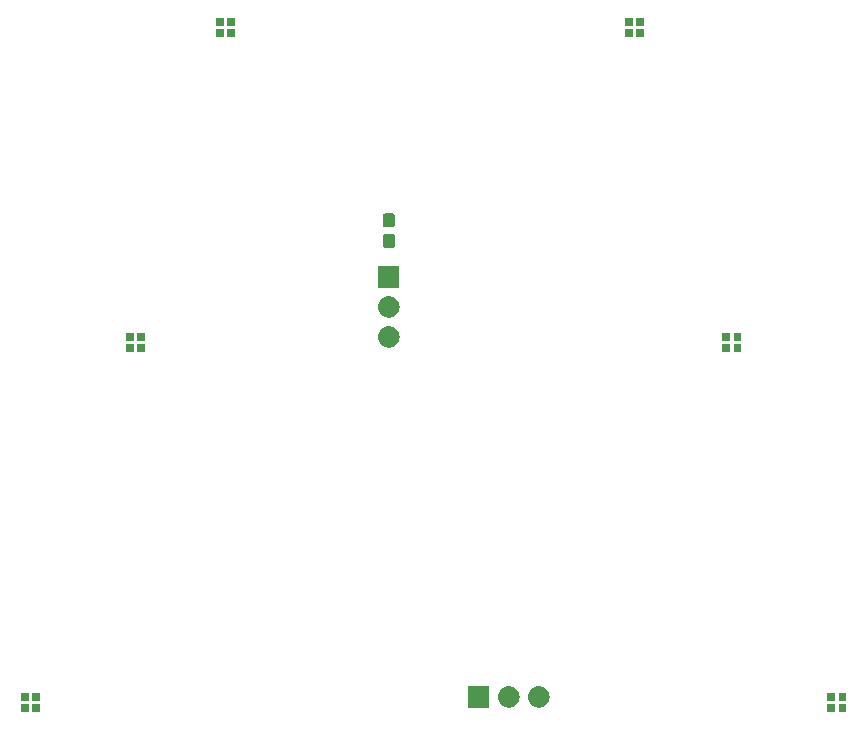
<source format=gbr>
G04 #@! TF.GenerationSoftware,KiCad,Pcbnew,(5.0.2)-1*
G04 #@! TF.CreationDate,2020-06-10T19:39:01-05:00*
G04 #@! TF.ProjectId,Top_Hardware,546f705f-4861-4726-9477-6172652e6b69,rev?*
G04 #@! TF.SameCoordinates,Original*
G04 #@! TF.FileFunction,Soldermask,Top*
G04 #@! TF.FilePolarity,Negative*
%FSLAX46Y46*%
G04 Gerber Fmt 4.6, Leading zero omitted, Abs format (unit mm)*
G04 Created by KiCad (PCBNEW (5.0.2)-1) date 6/10/2020 7:39:01 PM*
%MOMM*%
%LPD*%
G01*
G04 APERTURE LIST*
%ADD10C,0.100000*%
G04 APERTURE END LIST*
D10*
G36*
X108911000Y-125736000D02*
X108259000Y-125736000D01*
X108259000Y-125084000D01*
X108911000Y-125084000D01*
X108911000Y-125736000D01*
X108911000Y-125736000D01*
G37*
G36*
X107961000Y-125736000D02*
X107309000Y-125736000D01*
X107309000Y-125084000D01*
X107961000Y-125084000D01*
X107961000Y-125736000D01*
X107961000Y-125736000D01*
G37*
G36*
X177171000Y-125736000D02*
X176519000Y-125736000D01*
X176519000Y-125084000D01*
X177171000Y-125084000D01*
X177171000Y-125736000D01*
X177171000Y-125736000D01*
G37*
G36*
X176221000Y-125736000D02*
X175569000Y-125736000D01*
X175569000Y-125084000D01*
X176221000Y-125084000D01*
X176221000Y-125736000D01*
X176221000Y-125736000D01*
G37*
G36*
X151240442Y-123565518D02*
X151306627Y-123572037D01*
X151419853Y-123606384D01*
X151476467Y-123623557D01*
X151615087Y-123697652D01*
X151632991Y-123707222D01*
X151668729Y-123736552D01*
X151770186Y-123819814D01*
X151853448Y-123921271D01*
X151882778Y-123957009D01*
X151882779Y-123957011D01*
X151966443Y-124113533D01*
X151966443Y-124113534D01*
X152017963Y-124283373D01*
X152035359Y-124460000D01*
X152017963Y-124636627D01*
X151983616Y-124749853D01*
X151966443Y-124806467D01*
X151892348Y-124945087D01*
X151882778Y-124962991D01*
X151853448Y-124998729D01*
X151770186Y-125100186D01*
X151668729Y-125183448D01*
X151632991Y-125212778D01*
X151632989Y-125212779D01*
X151476467Y-125296443D01*
X151419853Y-125313616D01*
X151306627Y-125347963D01*
X151240442Y-125354482D01*
X151174260Y-125361000D01*
X151085740Y-125361000D01*
X151019558Y-125354482D01*
X150953373Y-125347963D01*
X150840147Y-125313616D01*
X150783533Y-125296443D01*
X150627011Y-125212779D01*
X150627009Y-125212778D01*
X150591271Y-125183448D01*
X150489814Y-125100186D01*
X150406552Y-124998729D01*
X150377222Y-124962991D01*
X150367652Y-124945087D01*
X150293557Y-124806467D01*
X150276384Y-124749853D01*
X150242037Y-124636627D01*
X150224641Y-124460000D01*
X150242037Y-124283373D01*
X150293557Y-124113534D01*
X150293557Y-124113533D01*
X150377221Y-123957011D01*
X150377222Y-123957009D01*
X150406552Y-123921271D01*
X150489814Y-123819814D01*
X150591271Y-123736552D01*
X150627009Y-123707222D01*
X150644913Y-123697652D01*
X150783533Y-123623557D01*
X150840147Y-123606384D01*
X150953373Y-123572037D01*
X151019558Y-123565518D01*
X151085740Y-123559000D01*
X151174260Y-123559000D01*
X151240442Y-123565518D01*
X151240442Y-123565518D01*
G37*
G36*
X148700442Y-123565518D02*
X148766627Y-123572037D01*
X148879853Y-123606384D01*
X148936467Y-123623557D01*
X149075087Y-123697652D01*
X149092991Y-123707222D01*
X149128729Y-123736552D01*
X149230186Y-123819814D01*
X149313448Y-123921271D01*
X149342778Y-123957009D01*
X149342779Y-123957011D01*
X149426443Y-124113533D01*
X149426443Y-124113534D01*
X149477963Y-124283373D01*
X149495359Y-124460000D01*
X149477963Y-124636627D01*
X149443616Y-124749853D01*
X149426443Y-124806467D01*
X149352348Y-124945087D01*
X149342778Y-124962991D01*
X149313448Y-124998729D01*
X149230186Y-125100186D01*
X149128729Y-125183448D01*
X149092991Y-125212778D01*
X149092989Y-125212779D01*
X148936467Y-125296443D01*
X148879853Y-125313616D01*
X148766627Y-125347963D01*
X148700442Y-125354482D01*
X148634260Y-125361000D01*
X148545740Y-125361000D01*
X148479558Y-125354482D01*
X148413373Y-125347963D01*
X148300147Y-125313616D01*
X148243533Y-125296443D01*
X148087011Y-125212779D01*
X148087009Y-125212778D01*
X148051271Y-125183448D01*
X147949814Y-125100186D01*
X147866552Y-124998729D01*
X147837222Y-124962991D01*
X147827652Y-124945087D01*
X147753557Y-124806467D01*
X147736384Y-124749853D01*
X147702037Y-124636627D01*
X147684641Y-124460000D01*
X147702037Y-124283373D01*
X147753557Y-124113534D01*
X147753557Y-124113533D01*
X147837221Y-123957011D01*
X147837222Y-123957009D01*
X147866552Y-123921271D01*
X147949814Y-123819814D01*
X148051271Y-123736552D01*
X148087009Y-123707222D01*
X148104913Y-123697652D01*
X148243533Y-123623557D01*
X148300147Y-123606384D01*
X148413373Y-123572037D01*
X148479558Y-123565518D01*
X148545740Y-123559000D01*
X148634260Y-123559000D01*
X148700442Y-123565518D01*
X148700442Y-123565518D01*
G37*
G36*
X146951000Y-125361000D02*
X145149000Y-125361000D01*
X145149000Y-123559000D01*
X146951000Y-123559000D01*
X146951000Y-125361000D01*
X146951000Y-125361000D01*
G37*
G36*
X177171000Y-124786000D02*
X176519000Y-124786000D01*
X176519000Y-124134000D01*
X177171000Y-124134000D01*
X177171000Y-124786000D01*
X177171000Y-124786000D01*
G37*
G36*
X107961000Y-124786000D02*
X107309000Y-124786000D01*
X107309000Y-124134000D01*
X107961000Y-124134000D01*
X107961000Y-124786000D01*
X107961000Y-124786000D01*
G37*
G36*
X176221000Y-124786000D02*
X175569000Y-124786000D01*
X175569000Y-124134000D01*
X176221000Y-124134000D01*
X176221000Y-124786000D01*
X176221000Y-124786000D01*
G37*
G36*
X108911000Y-124786000D02*
X108259000Y-124786000D01*
X108259000Y-124134000D01*
X108911000Y-124134000D01*
X108911000Y-124786000D01*
X108911000Y-124786000D01*
G37*
G36*
X168281000Y-95256000D02*
X167629000Y-95256000D01*
X167629000Y-94604000D01*
X168281000Y-94604000D01*
X168281000Y-95256000D01*
X168281000Y-95256000D01*
G37*
G36*
X167331000Y-95256000D02*
X166679000Y-95256000D01*
X166679000Y-94604000D01*
X167331000Y-94604000D01*
X167331000Y-95256000D01*
X167331000Y-95256000D01*
G37*
G36*
X117801000Y-95256000D02*
X117149000Y-95256000D01*
X117149000Y-94604000D01*
X117801000Y-94604000D01*
X117801000Y-95256000D01*
X117801000Y-95256000D01*
G37*
G36*
X116851000Y-95256000D02*
X116199000Y-95256000D01*
X116199000Y-94604000D01*
X116851000Y-94604000D01*
X116851000Y-95256000D01*
X116851000Y-95256000D01*
G37*
G36*
X138540443Y-93085519D02*
X138606627Y-93092037D01*
X138719853Y-93126384D01*
X138776467Y-93143557D01*
X138915087Y-93217652D01*
X138932991Y-93227222D01*
X138968729Y-93256552D01*
X139070186Y-93339814D01*
X139153448Y-93441271D01*
X139182778Y-93477009D01*
X139182779Y-93477011D01*
X139266443Y-93633533D01*
X139266443Y-93633534D01*
X139317963Y-93803373D01*
X139335359Y-93980000D01*
X139317963Y-94156627D01*
X139283616Y-94269853D01*
X139266443Y-94326467D01*
X139192348Y-94465087D01*
X139182778Y-94482991D01*
X139153448Y-94518729D01*
X139070186Y-94620186D01*
X138968729Y-94703448D01*
X138932991Y-94732778D01*
X138932989Y-94732779D01*
X138776467Y-94816443D01*
X138719853Y-94833616D01*
X138606627Y-94867963D01*
X138540443Y-94874481D01*
X138474260Y-94881000D01*
X138385740Y-94881000D01*
X138319557Y-94874481D01*
X138253373Y-94867963D01*
X138140147Y-94833616D01*
X138083533Y-94816443D01*
X137927011Y-94732779D01*
X137927009Y-94732778D01*
X137891271Y-94703448D01*
X137789814Y-94620186D01*
X137706552Y-94518729D01*
X137677222Y-94482991D01*
X137667652Y-94465087D01*
X137593557Y-94326467D01*
X137576384Y-94269853D01*
X137542037Y-94156627D01*
X137524641Y-93980000D01*
X137542037Y-93803373D01*
X137593557Y-93633534D01*
X137593557Y-93633533D01*
X137677221Y-93477011D01*
X137677222Y-93477009D01*
X137706552Y-93441271D01*
X137789814Y-93339814D01*
X137891271Y-93256552D01*
X137927009Y-93227222D01*
X137944913Y-93217652D01*
X138083533Y-93143557D01*
X138140147Y-93126384D01*
X138253373Y-93092037D01*
X138319557Y-93085519D01*
X138385740Y-93079000D01*
X138474260Y-93079000D01*
X138540443Y-93085519D01*
X138540443Y-93085519D01*
G37*
G36*
X117801000Y-94306000D02*
X117149000Y-94306000D01*
X117149000Y-93654000D01*
X117801000Y-93654000D01*
X117801000Y-94306000D01*
X117801000Y-94306000D01*
G37*
G36*
X168281000Y-94306000D02*
X167629000Y-94306000D01*
X167629000Y-93654000D01*
X168281000Y-93654000D01*
X168281000Y-94306000D01*
X168281000Y-94306000D01*
G37*
G36*
X167331000Y-94306000D02*
X166679000Y-94306000D01*
X166679000Y-93654000D01*
X167331000Y-93654000D01*
X167331000Y-94306000D01*
X167331000Y-94306000D01*
G37*
G36*
X116851000Y-94306000D02*
X116199000Y-94306000D01*
X116199000Y-93654000D01*
X116851000Y-93654000D01*
X116851000Y-94306000D01*
X116851000Y-94306000D01*
G37*
G36*
X138540443Y-90545519D02*
X138606627Y-90552037D01*
X138719853Y-90586384D01*
X138776467Y-90603557D01*
X138915087Y-90677652D01*
X138932991Y-90687222D01*
X138968729Y-90716552D01*
X139070186Y-90799814D01*
X139153448Y-90901271D01*
X139182778Y-90937009D01*
X139182779Y-90937011D01*
X139266443Y-91093533D01*
X139266443Y-91093534D01*
X139317963Y-91263373D01*
X139335359Y-91440000D01*
X139317963Y-91616627D01*
X139283616Y-91729853D01*
X139266443Y-91786467D01*
X139192348Y-91925087D01*
X139182778Y-91942991D01*
X139153448Y-91978729D01*
X139070186Y-92080186D01*
X138968729Y-92163448D01*
X138932991Y-92192778D01*
X138932989Y-92192779D01*
X138776467Y-92276443D01*
X138719853Y-92293616D01*
X138606627Y-92327963D01*
X138540443Y-92334481D01*
X138474260Y-92341000D01*
X138385740Y-92341000D01*
X138319557Y-92334481D01*
X138253373Y-92327963D01*
X138140147Y-92293616D01*
X138083533Y-92276443D01*
X137927011Y-92192779D01*
X137927009Y-92192778D01*
X137891271Y-92163448D01*
X137789814Y-92080186D01*
X137706552Y-91978729D01*
X137677222Y-91942991D01*
X137667652Y-91925087D01*
X137593557Y-91786467D01*
X137576384Y-91729853D01*
X137542037Y-91616627D01*
X137524641Y-91440000D01*
X137542037Y-91263373D01*
X137593557Y-91093534D01*
X137593557Y-91093533D01*
X137677221Y-90937011D01*
X137677222Y-90937009D01*
X137706552Y-90901271D01*
X137789814Y-90799814D01*
X137891271Y-90716552D01*
X137927009Y-90687222D01*
X137944913Y-90677652D01*
X138083533Y-90603557D01*
X138140147Y-90586384D01*
X138253373Y-90552037D01*
X138319557Y-90545519D01*
X138385740Y-90539000D01*
X138474260Y-90539000D01*
X138540443Y-90545519D01*
X138540443Y-90545519D01*
G37*
G36*
X139331000Y-89801000D02*
X137529000Y-89801000D01*
X137529000Y-87999000D01*
X139331000Y-87999000D01*
X139331000Y-89801000D01*
X139331000Y-89801000D01*
G37*
G36*
X138794499Y-85280445D02*
X138831993Y-85291819D01*
X138866557Y-85310294D01*
X138896847Y-85335153D01*
X138921706Y-85365443D01*
X138940181Y-85400007D01*
X138951555Y-85437501D01*
X138956000Y-85482638D01*
X138956000Y-86221362D01*
X138951555Y-86266499D01*
X138940181Y-86303993D01*
X138921706Y-86338557D01*
X138896847Y-86368847D01*
X138866557Y-86393706D01*
X138831993Y-86412181D01*
X138794499Y-86423555D01*
X138749362Y-86428000D01*
X138110638Y-86428000D01*
X138065501Y-86423555D01*
X138028007Y-86412181D01*
X137993443Y-86393706D01*
X137963153Y-86368847D01*
X137938294Y-86338557D01*
X137919819Y-86303993D01*
X137908445Y-86266499D01*
X137904000Y-86221362D01*
X137904000Y-85482638D01*
X137908445Y-85437501D01*
X137919819Y-85400007D01*
X137938294Y-85365443D01*
X137963153Y-85335153D01*
X137993443Y-85310294D01*
X138028007Y-85291819D01*
X138065501Y-85280445D01*
X138110638Y-85276000D01*
X138749362Y-85276000D01*
X138794499Y-85280445D01*
X138794499Y-85280445D01*
G37*
G36*
X138794499Y-83530445D02*
X138831993Y-83541819D01*
X138866557Y-83560294D01*
X138896847Y-83585153D01*
X138921706Y-83615443D01*
X138940181Y-83650007D01*
X138951555Y-83687501D01*
X138956000Y-83732638D01*
X138956000Y-84471362D01*
X138951555Y-84516499D01*
X138940181Y-84553993D01*
X138921706Y-84588557D01*
X138896847Y-84618847D01*
X138866557Y-84643706D01*
X138831993Y-84662181D01*
X138794499Y-84673555D01*
X138749362Y-84678000D01*
X138110638Y-84678000D01*
X138065501Y-84673555D01*
X138028007Y-84662181D01*
X137993443Y-84643706D01*
X137963153Y-84618847D01*
X137938294Y-84588557D01*
X137919819Y-84553993D01*
X137908445Y-84516499D01*
X137904000Y-84471362D01*
X137904000Y-83732638D01*
X137908445Y-83687501D01*
X137919819Y-83650007D01*
X137938294Y-83615443D01*
X137963153Y-83585153D01*
X137993443Y-83560294D01*
X138028007Y-83541819D01*
X138065501Y-83530445D01*
X138110638Y-83526000D01*
X138749362Y-83526000D01*
X138794499Y-83530445D01*
X138794499Y-83530445D01*
G37*
G36*
X160026000Y-68586000D02*
X159374000Y-68586000D01*
X159374000Y-67934000D01*
X160026000Y-67934000D01*
X160026000Y-68586000D01*
X160026000Y-68586000D01*
G37*
G36*
X159076000Y-68586000D02*
X158424000Y-68586000D01*
X158424000Y-67934000D01*
X159076000Y-67934000D01*
X159076000Y-68586000D01*
X159076000Y-68586000D01*
G37*
G36*
X125421000Y-68586000D02*
X124769000Y-68586000D01*
X124769000Y-67934000D01*
X125421000Y-67934000D01*
X125421000Y-68586000D01*
X125421000Y-68586000D01*
G37*
G36*
X124471000Y-68586000D02*
X123819000Y-68586000D01*
X123819000Y-67934000D01*
X124471000Y-67934000D01*
X124471000Y-68586000D01*
X124471000Y-68586000D01*
G37*
G36*
X124471000Y-67636000D02*
X123819000Y-67636000D01*
X123819000Y-66984000D01*
X124471000Y-66984000D01*
X124471000Y-67636000D01*
X124471000Y-67636000D01*
G37*
G36*
X125421000Y-67636000D02*
X124769000Y-67636000D01*
X124769000Y-66984000D01*
X125421000Y-66984000D01*
X125421000Y-67636000D01*
X125421000Y-67636000D01*
G37*
G36*
X159076000Y-67636000D02*
X158424000Y-67636000D01*
X158424000Y-66984000D01*
X159076000Y-66984000D01*
X159076000Y-67636000D01*
X159076000Y-67636000D01*
G37*
G36*
X160026000Y-67636000D02*
X159374000Y-67636000D01*
X159374000Y-66984000D01*
X160026000Y-66984000D01*
X160026000Y-67636000D01*
X160026000Y-67636000D01*
G37*
M02*

</source>
